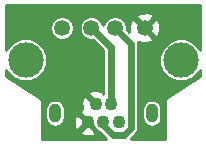
<source format=gbr>
G04 #@! TF.FileFunction,Copper,L2,Bot,Signal*
%FSLAX46Y46*%
G04 Gerber Fmt 4.6, Leading zero omitted, Abs format (unit mm)*
G04 Created by KiCad (PCBNEW (2015-07-04 BZR 5884, Git c1bbf3e)-product) date 31/12/2015 2:34:29 PM*
%MOMM*%
G01*
G04 APERTURE LIST*
%ADD10C,0.100000*%
%ADD11C,1.350000*%
%ADD12C,3.000000*%
%ADD13O,1.000000X1.600000*%
%ADD14C,1.100000*%
%ADD15C,0.600000*%
%ADD16C,0.254000*%
G04 APERTURE END LIST*
D10*
D11*
X153500000Y-92780000D03*
X146500000Y-92780000D03*
X149000000Y-92780000D03*
D12*
X156570000Y-95490000D03*
D11*
X151000000Y-92780000D03*
D12*
X143430000Y-95490000D03*
D13*
X154100000Y-100000000D03*
D14*
X151300000Y-100775000D03*
X150000000Y-100775000D03*
X150650000Y-99225000D03*
X149350000Y-99225000D03*
X148700000Y-100775000D03*
D13*
X145900000Y-100000000D03*
D15*
X150650000Y-99225000D02*
X150650000Y-94430000D01*
X150650000Y-94430000D02*
X149000000Y-92780000D01*
X150000000Y-100775000D02*
X150000000Y-101029002D01*
X150000000Y-101029002D02*
X150795999Y-101825001D01*
X150795999Y-101825001D02*
X151804001Y-101825001D01*
X151804001Y-101825001D02*
X152350001Y-101279001D01*
X152350001Y-101279001D02*
X152350001Y-94130001D01*
X152350001Y-94130001D02*
X151674999Y-93454999D01*
X151674999Y-93454999D02*
X151000000Y-92780000D01*
D16*
G36*
X158193000Y-94633699D02*
X158119758Y-94456440D01*
X157606264Y-93942048D01*
X156935007Y-93663318D01*
X156208182Y-93662684D01*
X155536440Y-93940242D01*
X155022048Y-94453736D01*
X154743318Y-95124993D01*
X154742684Y-95851818D01*
X155020242Y-96523560D01*
X155533736Y-97037952D01*
X156204993Y-97316682D01*
X156931818Y-97317316D01*
X157603560Y-97039758D01*
X158117952Y-96526264D01*
X158193000Y-96345528D01*
X158193000Y-96835699D01*
X155329707Y-98744561D01*
X155308193Y-98766030D01*
X155282918Y-98782918D01*
X155266207Y-98807927D01*
X155244917Y-98829173D01*
X155233255Y-98857244D01*
X155216369Y-98882516D01*
X155210502Y-98912013D01*
X155198961Y-98939792D01*
X155198929Y-98970191D01*
X155193000Y-99000000D01*
X155193000Y-102193000D01*
X152322714Y-102193000D01*
X152793357Y-101722357D01*
X152929274Y-101518943D01*
X152977001Y-101279001D01*
X152977001Y-98913873D01*
X153783521Y-98913873D01*
X153515223Y-99093144D01*
X153335952Y-99361442D01*
X153273000Y-99677921D01*
X153273000Y-100322079D01*
X153335952Y-100638558D01*
X153515223Y-100906856D01*
X153783521Y-101086127D01*
X154100000Y-101149079D01*
X154416479Y-101086127D01*
X154684777Y-100906856D01*
X154864048Y-100638558D01*
X154927000Y-100322079D01*
X154927000Y-99677921D01*
X154864048Y-99361442D01*
X154684777Y-99093144D01*
X154416479Y-98913873D01*
X154100000Y-98850921D01*
X153783521Y-98913873D01*
X152977001Y-98913873D01*
X152977001Y-94130001D01*
X152945970Y-93974000D01*
X153313100Y-94102522D01*
X153833434Y-94073375D01*
X154178781Y-93930328D01*
X154237542Y-93697147D01*
X153500000Y-92959605D01*
X153485858Y-92973748D01*
X153306253Y-92794143D01*
X153320395Y-92780000D01*
X153679605Y-92780000D01*
X154417147Y-93517542D01*
X154650328Y-93458781D01*
X154822522Y-92966900D01*
X154793375Y-92446566D01*
X154650328Y-92101219D01*
X154417147Y-92042458D01*
X153679605Y-92780000D01*
X153320395Y-92780000D01*
X153320395Y-92780000D01*
X152582853Y-92042458D01*
X152349672Y-92101219D01*
X152177478Y-92593100D01*
X152205823Y-93099111D01*
X152001899Y-92895187D01*
X152002173Y-92581564D01*
X151849949Y-92213154D01*
X151568328Y-91931041D01*
X151200184Y-91778175D01*
X150801564Y-91777827D01*
X150433154Y-91930051D01*
X150151041Y-92211672D01*
X149999817Y-92575862D01*
X149849949Y-92213154D01*
X149568328Y-91931041D01*
X149200184Y-91778175D01*
X148801564Y-91777827D01*
X148433154Y-91930051D01*
X148151041Y-92211672D01*
X147998175Y-92579816D01*
X147997827Y-92978436D01*
X148150051Y-93346846D01*
X148431672Y-93628959D01*
X148799816Y-93781825D01*
X149115388Y-93782100D01*
X150023000Y-94689712D01*
X150023000Y-98372392D01*
X149996828Y-98398564D01*
X149953492Y-98178299D01*
X149506999Y-98027028D01*
X149036604Y-98058137D01*
X148746508Y-98178299D01*
X148703172Y-98398567D01*
X149350000Y-99045395D01*
X149364143Y-99031253D01*
X149543748Y-99210858D01*
X149529605Y-99225000D01*
X149543748Y-99239143D01*
X149364143Y-99418748D01*
X149350000Y-99404605D01*
X149335858Y-99418748D01*
X149156253Y-99239143D01*
X149170395Y-99225000D01*
X148523567Y-98578172D01*
X148303299Y-98621508D01*
X148152028Y-99068001D01*
X148183137Y-99538396D01*
X148237591Y-99669860D01*
X148096508Y-99728299D01*
X148053172Y-99948567D01*
X148700000Y-100595395D01*
X148714143Y-100581253D01*
X148893748Y-100760858D01*
X148879605Y-100775000D01*
X149171830Y-101067225D01*
X149256082Y-101271131D01*
X149502571Y-101518051D01*
X149673180Y-101588894D01*
X150277286Y-102193000D01*
X144807000Y-102193000D01*
X144807000Y-101601433D01*
X148053172Y-101601433D01*
X148096508Y-101821701D01*
X148543001Y-101972972D01*
X149013396Y-101941863D01*
X149303492Y-101821701D01*
X149346828Y-101601433D01*
X148700000Y-100954605D01*
X148053172Y-101601433D01*
X144807000Y-101601433D01*
X144807000Y-101378492D01*
X147653299Y-101378492D01*
X147873567Y-101421828D01*
X148520395Y-100775000D01*
X147873567Y-100128172D01*
X147653299Y-100171508D01*
X146727000Y-100171508D01*
X146727000Y-99677921D01*
X146664048Y-99361442D01*
X146484777Y-99093144D01*
X146216479Y-98913873D01*
X145900000Y-98850921D01*
X145583521Y-98913873D01*
X145315223Y-99093144D01*
X145135952Y-99361442D01*
X145073000Y-99677921D01*
X145073000Y-100322079D01*
X145135952Y-100638558D01*
X145315223Y-100906856D01*
X145583521Y-101086127D01*
X145900000Y-101149079D01*
X146216479Y-101086127D01*
X146484777Y-100906856D01*
X146664048Y-100638558D01*
X146727000Y-100322079D01*
X146727000Y-100171508D01*
X147653299Y-100171508D01*
X146727000Y-100171508D01*
X146727000Y-100171508D01*
X147653299Y-100171508D01*
X147502028Y-100618001D01*
X147533137Y-101088396D01*
X147653299Y-101378492D01*
X144807000Y-101378492D01*
X144807000Y-99000000D01*
X144801070Y-98970186D01*
X144801038Y-98939792D01*
X144789499Y-98912016D01*
X144783631Y-98882516D01*
X144766744Y-98857243D01*
X144755083Y-98829173D01*
X144733792Y-98807927D01*
X144717082Y-98782918D01*
X144691809Y-98766031D01*
X144670293Y-98744560D01*
X141807000Y-96835699D01*
X141807000Y-96346301D01*
X141880242Y-96523560D01*
X142393736Y-97037952D01*
X143064993Y-97316682D01*
X143791818Y-97317316D01*
X144463560Y-97039758D01*
X144977952Y-96526264D01*
X145256682Y-95855007D01*
X145257316Y-95128182D01*
X144979758Y-94456440D01*
X144466264Y-93942048D01*
X143795007Y-93663318D01*
X143068182Y-93662684D01*
X142396440Y-93940242D01*
X141882048Y-94453736D01*
X141807000Y-94634472D01*
X141807000Y-91930051D01*
X145933154Y-91930051D01*
X145651041Y-92211672D01*
X145498175Y-92579816D01*
X145497827Y-92978436D01*
X145650051Y-93346846D01*
X145931672Y-93628959D01*
X146299816Y-93781825D01*
X146698436Y-93782173D01*
X147066846Y-93629949D01*
X147348959Y-93348328D01*
X147501825Y-92980184D01*
X147502173Y-92581564D01*
X147349949Y-92213154D01*
X147068328Y-91931041D01*
X146700184Y-91778175D01*
X146301564Y-91777827D01*
X145933154Y-91930051D01*
X141807000Y-91930051D01*
X141807000Y-91486625D01*
X153166566Y-91486625D01*
X152821219Y-91629672D01*
X152762458Y-91862853D01*
X153500000Y-92600395D01*
X154237542Y-91862853D01*
X154178781Y-91629672D01*
X153686900Y-91457478D01*
X153166566Y-91486625D01*
X141807000Y-91486625D01*
X141807000Y-90807000D01*
X158193000Y-90807000D01*
X158193000Y-94633699D01*
X158193000Y-94633699D01*
G37*
X158193000Y-94633699D02*
X158119758Y-94456440D01*
X157606264Y-93942048D01*
X156935007Y-93663318D01*
X156208182Y-93662684D01*
X155536440Y-93940242D01*
X155022048Y-94453736D01*
X154743318Y-95124993D01*
X154742684Y-95851818D01*
X155020242Y-96523560D01*
X155533736Y-97037952D01*
X156204993Y-97316682D01*
X156931818Y-97317316D01*
X157603560Y-97039758D01*
X158117952Y-96526264D01*
X158193000Y-96345528D01*
X158193000Y-96835699D01*
X155329707Y-98744561D01*
X155308193Y-98766030D01*
X155282918Y-98782918D01*
X155266207Y-98807927D01*
X155244917Y-98829173D01*
X155233255Y-98857244D01*
X155216369Y-98882516D01*
X155210502Y-98912013D01*
X155198961Y-98939792D01*
X155198929Y-98970191D01*
X155193000Y-99000000D01*
X155193000Y-102193000D01*
X152322714Y-102193000D01*
X152793357Y-101722357D01*
X152929274Y-101518943D01*
X152977001Y-101279001D01*
X152977001Y-98913873D01*
X153783521Y-98913873D01*
X153515223Y-99093144D01*
X153335952Y-99361442D01*
X153273000Y-99677921D01*
X153273000Y-100322079D01*
X153335952Y-100638558D01*
X153515223Y-100906856D01*
X153783521Y-101086127D01*
X154100000Y-101149079D01*
X154416479Y-101086127D01*
X154684777Y-100906856D01*
X154864048Y-100638558D01*
X154927000Y-100322079D01*
X154927000Y-99677921D01*
X154864048Y-99361442D01*
X154684777Y-99093144D01*
X154416479Y-98913873D01*
X154100000Y-98850921D01*
X153783521Y-98913873D01*
X152977001Y-98913873D01*
X152977001Y-94130001D01*
X152945970Y-93974000D01*
X153313100Y-94102522D01*
X153833434Y-94073375D01*
X154178781Y-93930328D01*
X154237542Y-93697147D01*
X153500000Y-92959605D01*
X153485858Y-92973748D01*
X153306253Y-92794143D01*
X153320395Y-92780000D01*
X153679605Y-92780000D01*
X154417147Y-93517542D01*
X154650328Y-93458781D01*
X154822522Y-92966900D01*
X154793375Y-92446566D01*
X154650328Y-92101219D01*
X154417147Y-92042458D01*
X153679605Y-92780000D01*
X153320395Y-92780000D01*
X153320395Y-92780000D01*
X152582853Y-92042458D01*
X152349672Y-92101219D01*
X152177478Y-92593100D01*
X152205823Y-93099111D01*
X152001899Y-92895187D01*
X152002173Y-92581564D01*
X151849949Y-92213154D01*
X151568328Y-91931041D01*
X151200184Y-91778175D01*
X150801564Y-91777827D01*
X150433154Y-91930051D01*
X150151041Y-92211672D01*
X149999817Y-92575862D01*
X149849949Y-92213154D01*
X149568328Y-91931041D01*
X149200184Y-91778175D01*
X148801564Y-91777827D01*
X148433154Y-91930051D01*
X148151041Y-92211672D01*
X147998175Y-92579816D01*
X147997827Y-92978436D01*
X148150051Y-93346846D01*
X148431672Y-93628959D01*
X148799816Y-93781825D01*
X149115388Y-93782100D01*
X150023000Y-94689712D01*
X150023000Y-98372392D01*
X149996828Y-98398564D01*
X149953492Y-98178299D01*
X149506999Y-98027028D01*
X149036604Y-98058137D01*
X148746508Y-98178299D01*
X148703172Y-98398567D01*
X149350000Y-99045395D01*
X149364143Y-99031253D01*
X149543748Y-99210858D01*
X149529605Y-99225000D01*
X149543748Y-99239143D01*
X149364143Y-99418748D01*
X149350000Y-99404605D01*
X149335858Y-99418748D01*
X149156253Y-99239143D01*
X149170395Y-99225000D01*
X148523567Y-98578172D01*
X148303299Y-98621508D01*
X148152028Y-99068001D01*
X148183137Y-99538396D01*
X148237591Y-99669860D01*
X148096508Y-99728299D01*
X148053172Y-99948567D01*
X148700000Y-100595395D01*
X148714143Y-100581253D01*
X148893748Y-100760858D01*
X148879605Y-100775000D01*
X149171830Y-101067225D01*
X149256082Y-101271131D01*
X149502571Y-101518051D01*
X149673180Y-101588894D01*
X150277286Y-102193000D01*
X144807000Y-102193000D01*
X144807000Y-101601433D01*
X148053172Y-101601433D01*
X148096508Y-101821701D01*
X148543001Y-101972972D01*
X149013396Y-101941863D01*
X149303492Y-101821701D01*
X149346828Y-101601433D01*
X148700000Y-100954605D01*
X148053172Y-101601433D01*
X144807000Y-101601433D01*
X144807000Y-101378492D01*
X147653299Y-101378492D01*
X147873567Y-101421828D01*
X148520395Y-100775000D01*
X147873567Y-100128172D01*
X147653299Y-100171508D01*
X146727000Y-100171508D01*
X146727000Y-99677921D01*
X146664048Y-99361442D01*
X146484777Y-99093144D01*
X146216479Y-98913873D01*
X145900000Y-98850921D01*
X145583521Y-98913873D01*
X145315223Y-99093144D01*
X145135952Y-99361442D01*
X145073000Y-99677921D01*
X145073000Y-100322079D01*
X145135952Y-100638558D01*
X145315223Y-100906856D01*
X145583521Y-101086127D01*
X145900000Y-101149079D01*
X146216479Y-101086127D01*
X146484777Y-100906856D01*
X146664048Y-100638558D01*
X146727000Y-100322079D01*
X146727000Y-100171508D01*
X147653299Y-100171508D01*
X146727000Y-100171508D01*
X146727000Y-100171508D01*
X147653299Y-100171508D01*
X147502028Y-100618001D01*
X147533137Y-101088396D01*
X147653299Y-101378492D01*
X144807000Y-101378492D01*
X144807000Y-99000000D01*
X144801070Y-98970186D01*
X144801038Y-98939792D01*
X144789499Y-98912016D01*
X144783631Y-98882516D01*
X144766744Y-98857243D01*
X144755083Y-98829173D01*
X144733792Y-98807927D01*
X144717082Y-98782918D01*
X144691809Y-98766031D01*
X144670293Y-98744560D01*
X141807000Y-96835699D01*
X141807000Y-96346301D01*
X141880242Y-96523560D01*
X142393736Y-97037952D01*
X143064993Y-97316682D01*
X143791818Y-97317316D01*
X144463560Y-97039758D01*
X144977952Y-96526264D01*
X145256682Y-95855007D01*
X145257316Y-95128182D01*
X144979758Y-94456440D01*
X144466264Y-93942048D01*
X143795007Y-93663318D01*
X143068182Y-93662684D01*
X142396440Y-93940242D01*
X141882048Y-94453736D01*
X141807000Y-94634472D01*
X141807000Y-91930051D01*
X145933154Y-91930051D01*
X145651041Y-92211672D01*
X145498175Y-92579816D01*
X145497827Y-92978436D01*
X145650051Y-93346846D01*
X145931672Y-93628959D01*
X146299816Y-93781825D01*
X146698436Y-93782173D01*
X147066846Y-93629949D01*
X147348959Y-93348328D01*
X147501825Y-92980184D01*
X147502173Y-92581564D01*
X147349949Y-92213154D01*
X147068328Y-91931041D01*
X146700184Y-91778175D01*
X146301564Y-91777827D01*
X145933154Y-91930051D01*
X141807000Y-91930051D01*
X141807000Y-91486625D01*
X153166566Y-91486625D01*
X152821219Y-91629672D01*
X152762458Y-91862853D01*
X153500000Y-92600395D01*
X154237542Y-91862853D01*
X154178781Y-91629672D01*
X153686900Y-91457478D01*
X153166566Y-91486625D01*
X141807000Y-91486625D01*
X141807000Y-90807000D01*
X158193000Y-90807000D01*
X158193000Y-94633699D01*
M02*

</source>
